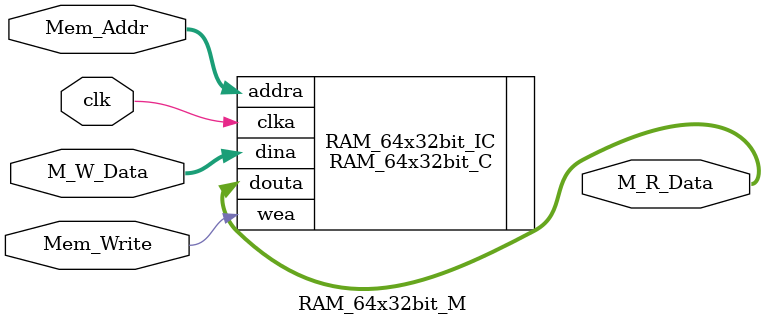
<source format=v>
`timescale 1ns / 1ps
module RAM_64x32bit_M(clk,Mem_Write,Mem_Addr,M_W_Data,M_R_Data);

	input clk,Mem_Write;//Ê±ÖÓÐÅºÅ£¬Ð´ÈëÊ¹ÄÜÐÅºÅ
	input [31:0] M_W_Data;//Ð´ÈëÊý¾Ý
	input [5:0] Mem_Addr;//Ð´Èë¼Ä´æÆ÷ºÅ(µØÖ·)

	output [31:0] M_R_Data;//¶Á³öÊý¾Ý

	RAM_64x32bit_C RAM_64x32bit_IC (
		.clka(clk), // input clka
		.wea(Mem_Write), // input [0 : 0] wea
		.addra(Mem_Addr [5:0]), // input [5 : 0] addra
		.dina(M_W_Data), // input [31 : 0] dina
		.douta(M_R_Data) // output [31 : 0] douta
	);

endmodule

</source>
